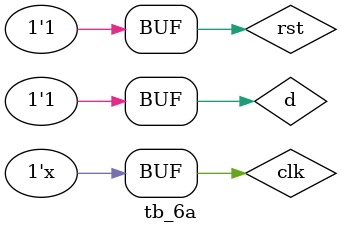
<source format=v>

module tb_6a;
  reg d,rst;
  reg clk=0;
  wire out,q;
d_ff_mux dut( .d(d),.clk(clk),.rst(rst),.out(out),.q(q)); 
   always #5 clk = ~clk;
   initial begin
     rst=0;
       d=1;
     #5 rst=1;
     #5 d=1;
     #5 d=1;
     #5 rst =0;
     #5 d=0;
     #5 d=1;
     #5 rst=1;
   end
 endmodule
 
     


</source>
